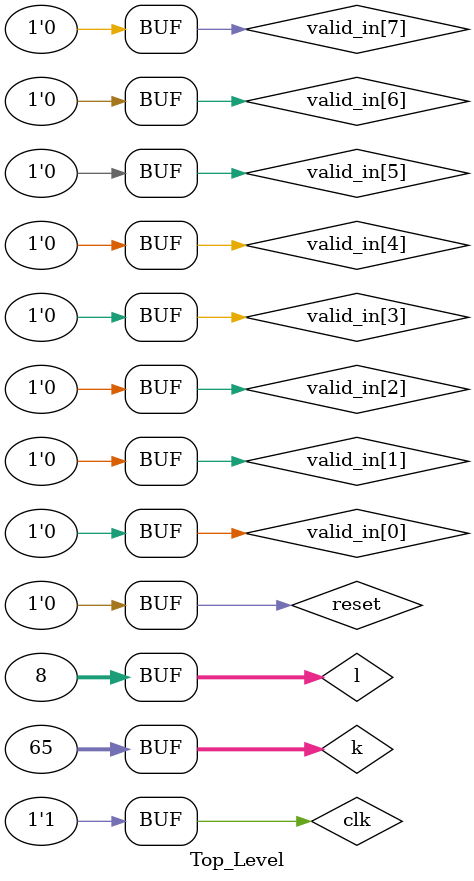
<source format=v>
/* Copyright 2019 Philippos Papaphilippou

   Licensed under the Apache License, Version 2.0 (the "License");
   you may not use this file except in compliance with the License.
   You may obtain a copy of the License at

       http://www.apache.org/licenses/LICENSE-2.0

   Unless required by applicable law or agreed to in writing, software
   distributed under the License is distributed on an "AS IS" BASIS,
   WITHOUT WARRANTIES OR CONDITIONS OF ANY KIND, either express or implied.
   See the License for the specific language governing permissions and
   limitations under the License.
*/

// Sorting network-based network switch

`define P 8   // Number of ports
`define LogP 3

`define PacketSize 32  // In bits

`include "entities.v"
`include "entitiesNoReg.v"

module Top_Level();
	reg clk, reset;
	genvar i, j;
	
	reg  [`PacketSize-1:0] data_in  [`P-1:0];     reg  valid_in  [`P-1:0];
	wire [`PacketSize-1:0] data_out [(`P*`P)-1:0];  wire valid_out [(`P*`P)-1:0];
	
	// (Increase for very big switches. Excess wires are optimised automatically)
	wire [`PacketSize-1:0] network[10000:0]; wire [`LogP-1:0] networkL[10000:0]; wire states[10000:0];
		
	generate
		`include "generated.v" 
	endgenerate
		
	integer k,l;
	initial begin
		$dumpfile("gtkw.vcd");
		#10 clk=1;
		
		$dumpvars(0, reset, clk, 
		data_in[0], data_in[1], data_in[2], data_in[3], data_in[4], data_in[5], data_in[6], data_in[7],
		
		valid_in[0], valid_in[1], valid_in[2], valid_in[3], valid_in[4], valid_in[5], valid_in[6], valid_in[7],
		
		data_out[0*`P+0], data_out[0*`P+1], data_out[0*`P+2], data_out[0*`P+3], data_out[0*`P+4], data_out[0*`P+5], data_out[0*`P+6], data_out[0*`P+7], data_out[1*`P+0], data_out[1*`P+1], data_out[1*`P+2], data_out[1*`P+3], data_out[1*`P+4], data_out[1*`P+5], data_out[1*`P+6], data_out[1*`P+7], data_out[2*`P+0], data_out[2*`P+1], data_out[2*`P+2], data_out[2*`P+3], data_out[2*`P+4], data_out[2*`P+5], data_out[2*`P+6], data_out[2*`P+7], data_out[3*`P+0], data_out[3*`P+1], data_out[3*`P+2], data_out[3*`P+3], data_out[3*`P+4], data_out[3*`P+5], data_out[3*`P+6], data_out[3*`P+7], data_out[4*`P+0], data_out[4*`P+1], data_out[4*`P+2], data_out[4*`P+3], data_out[4*`P+4], data_out[4*`P+5], data_out[4*`P+6], data_out[4*`P+7], data_out[5*`P+0], data_out[5*`P+1], data_out[5*`P+2], data_out[5*`P+3], data_out[5*`P+4], data_out[5*`P+5], data_out[5*`P+6], data_out[5*`P+7], data_out[6*`P+0], data_out[6*`P+1], data_out[6*`P+2], data_out[6*`P+3], data_out[6*`P+4], data_out[6*`P+5], data_out[6*`P+6], data_out[6*`P+7], data_out[7*`P+0], data_out[7*`P+1], data_out[7*`P+2], data_out[7*`P+3], data_out[7*`P+4], data_out[7*`P+5], data_out[7*`P+6],
		
		valid_out[0*`P+0], valid_out[0*`P+1], valid_out[0*`P+2], valid_out[0*`P+3], valid_out[0*`P+4], valid_out[0*`P+5], valid_out[0*`P+6], valid_out[0*`P+7], valid_out[1*`P+0], valid_out[1*`P+1], valid_out[1*`P+2], valid_out[1*`P+3], valid_out[1*`P+4], valid_out[1*`P+5], valid_out[1*`P+6], valid_out[1*`P+7], valid_out[2*`P+0], valid_out[2*`P+1], valid_out[2*`P+2], valid_out[2*`P+3], valid_out[2*`P+4], valid_out[2*`P+5], valid_out[2*`P+6], valid_out[2*`P+7], valid_out[3*`P+0], valid_out[3*`P+1], valid_out[3*`P+2], valid_out[3*`P+3], valid_out[3*`P+4], valid_out[3*`P+5], valid_out[3*`P+6], valid_out[3*`P+7], valid_out[4*`P+0], valid_out[4*`P+1], valid_out[4*`P+2], valid_out[4*`P+3], valid_out[4*`P+4], valid_out[4*`P+5], valid_out[4*`P+6], valid_out[4*`P+7], valid_out[5*`P+0], valid_out[5*`P+1], valid_out[5*`P+2], valid_out[5*`P+3], valid_out[5*`P+4], valid_out[5*`P+5], valid_out[5*`P+6], valid_out[5*`P+7], valid_out[6*`P+0], valid_out[6*`P+1], valid_out[6*`P+2], valid_out[6*`P+3], valid_out[6*`P+4], valid_out[6*`P+5], valid_out[6*`P+6], valid_out[6*`P+7], valid_out[7*`P+0], valid_out[7*`P+1], valid_out[7*`P+2], valid_out[7*`P+3], valid_out[7*`P+4], valid_out[7*`P+5], valid_out[7*`P+6], valid_out[7*`P+7]
		);
		
		reset=1;		
		clk=0; #10 clk=1; #10  
		reset=0;		
		
		k=1;
		repeat(`P*`P)
		begin
			// Inserting pseudo-random packets in input...
			for (l=0;l<`P;l=l+1) begin
				data_in[l]=k*(l+1)%654651;
				data_in[l][`PacketSize-1:`PacketSize-`LogP]=(k*l)%65651;
				valid_in[l]=((k+7*l)%3)!=0;
				if (valid_in[l]==0) data_in[l]=0;
			end
		    clk=0; #10 clk=1; #10 		   	    
		    k=k+1;		    
		end
		
		for (l=0;l<`P;l=l+1) valid_in[l]=0;
		
		repeat(2*`P*`P)
		begin
			clk=0; #10 clk=1; #10 
			;
		end
	end
endmodule //Top_Level

</source>
